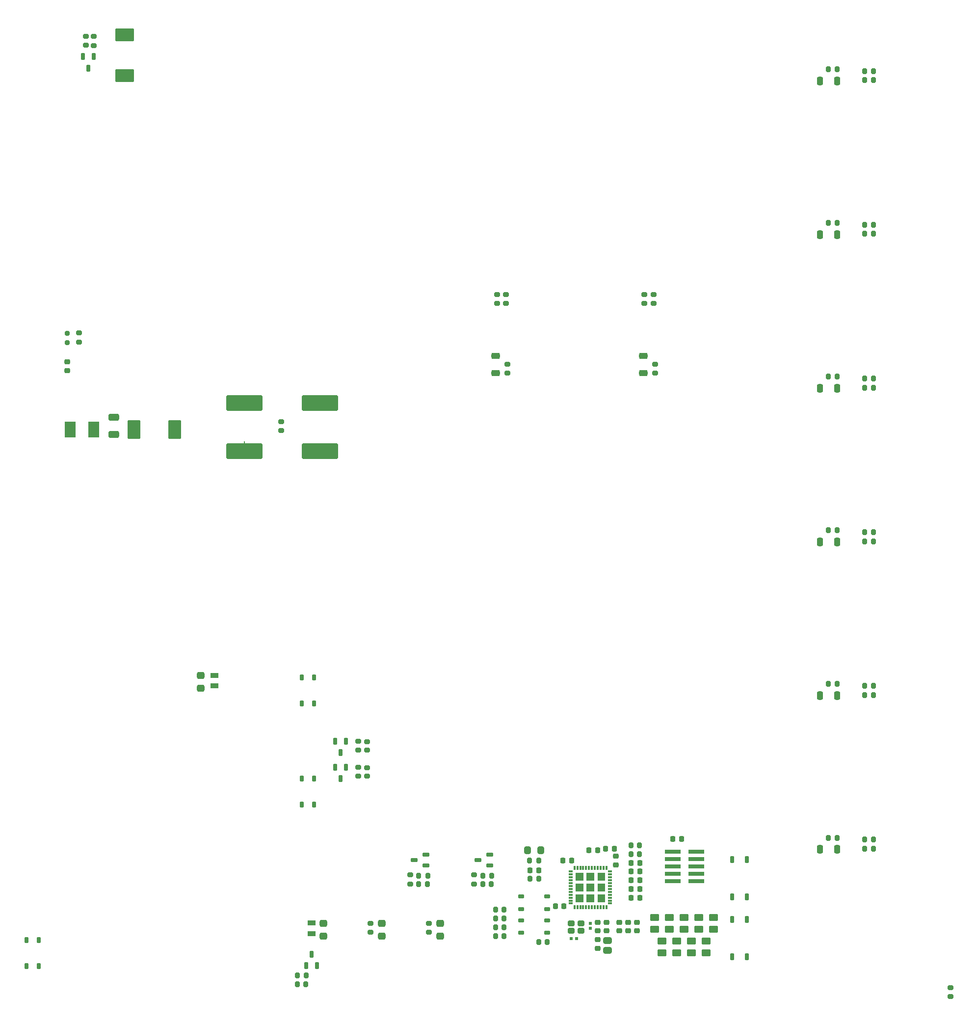
<source format=gtp>
G04*
G04 #@! TF.GenerationSoftware,Altium Limited,Altium Designer,22.9.1 (49)*
G04*
G04 Layer_Color=8421504*
%FSLAX25Y25*%
%MOIN*%
G70*
G04*
G04 #@! TF.SameCoordinates,1352E451-E4B0-43B6-A2DF-F84851EB9EC6*
G04*
G04*
G04 #@! TF.FilePolarity,Positive*
G04*
G01*
G75*
G04:AMPARAMS|DCode=19|XSize=32.28mil|YSize=38.58mil|CornerRadius=8.23mil|HoleSize=0mil|Usage=FLASHONLY|Rotation=270.000|XOffset=0mil|YOffset=0mil|HoleType=Round|Shape=RoundedRectangle|*
%AMROUNDEDRECTD19*
21,1,0.03228,0.02212,0,0,270.0*
21,1,0.01582,0.03858,0,0,270.0*
1,1,0.01647,-0.01106,-0.00791*
1,1,0.01647,-0.01106,0.00791*
1,1,0.01647,0.01106,0.00791*
1,1,0.01647,0.01106,-0.00791*
%
%ADD19ROUNDEDRECTD19*%
G04:AMPARAMS|DCode=20|XSize=34.25mil|YSize=38.19mil|CornerRadius=8.73mil|HoleSize=0mil|Usage=FLASHONLY|Rotation=0.000|XOffset=0mil|YOffset=0mil|HoleType=Round|Shape=RoundedRectangle|*
%AMROUNDEDRECTD20*
21,1,0.03425,0.02072,0,0,0.0*
21,1,0.01678,0.03819,0,0,0.0*
1,1,0.01747,0.00839,-0.01036*
1,1,0.01747,-0.00839,-0.01036*
1,1,0.01747,-0.00839,0.01036*
1,1,0.01747,0.00839,0.01036*
%
%ADD20ROUNDEDRECTD20*%
G04:AMPARAMS|DCode=21|XSize=31.89mil|YSize=38.58mil|CornerRadius=7.81mil|HoleSize=0mil|Usage=FLASHONLY|Rotation=180.000|XOffset=0mil|YOffset=0mil|HoleType=Round|Shape=RoundedRectangle|*
%AMROUNDEDRECTD21*
21,1,0.03189,0.02296,0,0,180.0*
21,1,0.01626,0.03858,0,0,180.0*
1,1,0.01563,-0.00813,0.01148*
1,1,0.01563,0.00813,0.01148*
1,1,0.01563,0.00813,-0.01148*
1,1,0.01563,-0.00813,-0.01148*
%
%ADD21ROUNDEDRECTD21*%
G04:AMPARAMS|DCode=22|XSize=49.21mil|YSize=24.41mil|CornerRadius=6.35mil|HoleSize=0mil|Usage=FLASHONLY|Rotation=270.000|XOffset=0mil|YOffset=0mil|HoleType=Round|Shape=RoundedRectangle|*
%AMROUNDEDRECTD22*
21,1,0.04921,0.01172,0,0,270.0*
21,1,0.03652,0.02441,0,0,270.0*
1,1,0.01269,-0.00586,-0.01826*
1,1,0.01269,-0.00586,0.01826*
1,1,0.01269,0.00586,0.01826*
1,1,0.01269,0.00586,-0.01826*
%
%ADD22ROUNDEDRECTD22*%
G04:AMPARAMS|DCode=23|XSize=45.28mil|YSize=51.18mil|CornerRadius=9.73mil|HoleSize=0mil|Usage=FLASHONLY|Rotation=180.000|XOffset=0mil|YOffset=0mil|HoleType=Round|Shape=RoundedRectangle|*
%AMROUNDEDRECTD23*
21,1,0.04528,0.03171,0,0,180.0*
21,1,0.02581,0.05118,0,0,180.0*
1,1,0.01947,-0.01290,0.01586*
1,1,0.01947,0.01290,0.01586*
1,1,0.01947,0.01290,-0.01586*
1,1,0.01947,-0.01290,-0.01586*
%
%ADD23ROUNDEDRECTD23*%
G04:AMPARAMS|DCode=24|XSize=32.28mil|YSize=38.58mil|CornerRadius=8.23mil|HoleSize=0mil|Usage=FLASHONLY|Rotation=180.000|XOffset=0mil|YOffset=0mil|HoleType=Round|Shape=RoundedRectangle|*
%AMROUNDEDRECTD24*
21,1,0.03228,0.02212,0,0,180.0*
21,1,0.01582,0.03858,0,0,180.0*
1,1,0.01647,-0.00791,0.01106*
1,1,0.01647,0.00791,0.01106*
1,1,0.01647,0.00791,-0.01106*
1,1,0.01647,-0.00791,-0.01106*
%
%ADD24ROUNDEDRECTD24*%
G04:AMPARAMS|DCode=25|XSize=41.34mil|YSize=57.09mil|CornerRadius=9.92mil|HoleSize=0mil|Usage=FLASHONLY|Rotation=180.000|XOffset=0mil|YOffset=0mil|HoleType=Round|Shape=RoundedRectangle|*
%AMROUNDEDRECTD25*
21,1,0.04134,0.03724,0,0,180.0*
21,1,0.02150,0.05709,0,0,180.0*
1,1,0.01984,-0.01075,0.01862*
1,1,0.01984,0.01075,0.01862*
1,1,0.01984,0.01075,-0.01862*
1,1,0.01984,-0.01075,-0.01862*
%
%ADD25ROUNDEDRECTD25*%
G04:AMPARAMS|DCode=26|XSize=106.3mil|YSize=244.1mil|CornerRadius=5.32mil|HoleSize=0mil|Usage=FLASHONLY|Rotation=90.000|XOffset=0mil|YOffset=0mil|HoleType=Round|Shape=RoundedRectangle|*
%AMROUNDEDRECTD26*
21,1,0.10630,0.23346,0,0,90.0*
21,1,0.09567,0.24410,0,0,90.0*
1,1,0.01063,0.11673,0.04784*
1,1,0.01063,0.11673,-0.04784*
1,1,0.01063,-0.11673,-0.04784*
1,1,0.01063,-0.11673,0.04784*
%
%ADD26ROUNDEDRECTD26*%
G04:AMPARAMS|DCode=27|XSize=31.89mil|YSize=38.58mil|CornerRadius=7.81mil|HoleSize=0mil|Usage=FLASHONLY|Rotation=270.000|XOffset=0mil|YOffset=0mil|HoleType=Round|Shape=RoundedRectangle|*
%AMROUNDEDRECTD27*
21,1,0.03189,0.02296,0,0,270.0*
21,1,0.01626,0.03858,0,0,270.0*
1,1,0.01563,-0.01148,-0.00813*
1,1,0.01563,-0.01148,0.00813*
1,1,0.01563,0.01148,0.00813*
1,1,0.01563,0.01148,-0.00813*
%
%ADD27ROUNDEDRECTD27*%
G04:AMPARAMS|DCode=28|XSize=49.21mil|YSize=24.41mil|CornerRadius=6.35mil|HoleSize=0mil|Usage=FLASHONLY|Rotation=0.000|XOffset=0mil|YOffset=0mil|HoleType=Round|Shape=RoundedRectangle|*
%AMROUNDEDRECTD28*
21,1,0.04921,0.01172,0,0,0.0*
21,1,0.03652,0.02441,0,0,0.0*
1,1,0.01269,0.01826,-0.00586*
1,1,0.01269,-0.01826,-0.00586*
1,1,0.01269,-0.01826,0.00586*
1,1,0.01269,0.01826,0.00586*
%
%ADD28ROUNDEDRECTD28*%
G04:AMPARAMS|DCode=29|XSize=49.61mil|YSize=24.02mil|CornerRadius=5.88mil|HoleSize=0mil|Usage=FLASHONLY|Rotation=90.000|XOffset=0mil|YOffset=0mil|HoleType=Round|Shape=RoundedRectangle|*
%AMROUNDEDRECTD29*
21,1,0.04961,0.01225,0,0,90.0*
21,1,0.03784,0.02402,0,0,90.0*
1,1,0.01177,0.00612,0.01892*
1,1,0.01177,0.00612,-0.01892*
1,1,0.01177,-0.00612,-0.01892*
1,1,0.01177,-0.00612,0.01892*
%
%ADD29ROUNDEDRECTD29*%
G04:AMPARAMS|DCode=30|XSize=36.22mil|YSize=55.91mil|CornerRadius=9.06mil|HoleSize=0mil|Usage=FLASHONLY|Rotation=270.000|XOffset=0mil|YOffset=0mil|HoleType=Round|Shape=RoundedRectangle|*
%AMROUNDEDRECTD30*
21,1,0.03622,0.03780,0,0,270.0*
21,1,0.01811,0.05591,0,0,270.0*
1,1,0.01811,-0.01890,-0.00906*
1,1,0.01811,-0.01890,0.00906*
1,1,0.01811,0.01890,0.00906*
1,1,0.01811,0.01890,-0.00906*
%
%ADD30ROUNDEDRECTD30*%
G04:AMPARAMS|DCode=31|XSize=86.61mil|YSize=129.13mil|CornerRadius=9.96mil|HoleSize=0mil|Usage=FLASHONLY|Rotation=90.000|XOffset=0mil|YOffset=0mil|HoleType=Round|Shape=RoundedRectangle|*
%AMROUNDEDRECTD31*
21,1,0.08661,0.10921,0,0,90.0*
21,1,0.06669,0.12913,0,0,90.0*
1,1,0.01992,0.05461,0.03335*
1,1,0.01992,0.05461,-0.03335*
1,1,0.01992,-0.05461,-0.03335*
1,1,0.01992,-0.05461,0.03335*
%
%ADD31ROUNDEDRECTD31*%
G04:AMPARAMS|DCode=32|XSize=45.28mil|YSize=51.18mil|CornerRadius=9.73mil|HoleSize=0mil|Usage=FLASHONLY|Rotation=90.000|XOffset=0mil|YOffset=0mil|HoleType=Round|Shape=RoundedRectangle|*
%AMROUNDEDRECTD32*
21,1,0.04528,0.03171,0,0,90.0*
21,1,0.02581,0.05118,0,0,90.0*
1,1,0.01947,0.01586,0.01290*
1,1,0.01947,0.01586,-0.01290*
1,1,0.01947,-0.01586,-0.01290*
1,1,0.01947,-0.01586,0.01290*
%
%ADD32ROUNDEDRECTD32*%
G04:AMPARAMS|DCode=33|XSize=41.34mil|YSize=57.09mil|CornerRadius=9.92mil|HoleSize=0mil|Usage=FLASHONLY|Rotation=270.000|XOffset=0mil|YOffset=0mil|HoleType=Round|Shape=RoundedRectangle|*
%AMROUNDEDRECTD33*
21,1,0.04134,0.03724,0,0,270.0*
21,1,0.02150,0.05709,0,0,270.0*
1,1,0.01984,-0.01862,-0.01075*
1,1,0.01984,-0.01862,0.01075*
1,1,0.01984,0.01862,0.01075*
1,1,0.01984,0.01862,-0.01075*
%
%ADD33ROUNDEDRECTD33*%
G04:AMPARAMS|DCode=34|XSize=34.65mil|YSize=38.19mil|CornerRadius=8.66mil|HoleSize=0mil|Usage=FLASHONLY|Rotation=90.000|XOffset=0mil|YOffset=0mil|HoleType=Round|Shape=RoundedRectangle|*
%AMROUNDEDRECTD34*
21,1,0.03465,0.02087,0,0,90.0*
21,1,0.01732,0.03819,0,0,90.0*
1,1,0.01732,0.01043,0.00866*
1,1,0.01732,0.01043,-0.00866*
1,1,0.01732,-0.01043,-0.00866*
1,1,0.01732,-0.01043,0.00866*
%
%ADD34ROUNDEDRECTD34*%
G04:AMPARAMS|DCode=35|XSize=39.37mil|YSize=29.53mil|CornerRadius=7.53mil|HoleSize=0mil|Usage=FLASHONLY|Rotation=180.000|XOffset=0mil|YOffset=0mil|HoleType=Round|Shape=RoundedRectangle|*
%AMROUNDEDRECTD35*
21,1,0.03937,0.01447,0,0,180.0*
21,1,0.02431,0.02953,0,0,180.0*
1,1,0.01506,-0.01216,0.00723*
1,1,0.01506,0.01216,0.00723*
1,1,0.01506,0.01216,-0.00723*
1,1,0.01506,-0.01216,-0.00723*
%
%ADD35ROUNDEDRECTD35*%
G04:AMPARAMS|DCode=36|XSize=29.92mil|YSize=10.63mil|CornerRadius=2.76mil|HoleSize=0mil|Usage=FLASHONLY|Rotation=270.000|XOffset=0mil|YOffset=0mil|HoleType=Round|Shape=RoundedRectangle|*
%AMROUNDEDRECTD36*
21,1,0.02992,0.00510,0,0,270.0*
21,1,0.02439,0.01063,0,0,270.0*
1,1,0.00553,-0.00255,-0.01220*
1,1,0.00553,-0.00255,0.01220*
1,1,0.00553,0.00255,0.01220*
1,1,0.00553,0.00255,-0.01220*
%
%ADD36ROUNDEDRECTD36*%
G04:AMPARAMS|DCode=37|XSize=29.92mil|YSize=10.63mil|CornerRadius=2.76mil|HoleSize=0mil|Usage=FLASHONLY|Rotation=0.000|XOffset=0mil|YOffset=0mil|HoleType=Round|Shape=RoundedRectangle|*
%AMROUNDEDRECTD37*
21,1,0.02992,0.00510,0,0,0.0*
21,1,0.02439,0.01063,0,0,0.0*
1,1,0.00553,0.01220,-0.00255*
1,1,0.00553,-0.01220,-0.00255*
1,1,0.00553,-0.01220,0.00255*
1,1,0.00553,0.01220,0.00255*
%
%ADD37ROUNDEDRECTD37*%
G04:AMPARAMS|DCode=38|XSize=34.25mil|YSize=38.19mil|CornerRadius=8.73mil|HoleSize=0mil|Usage=FLASHONLY|Rotation=270.000|XOffset=0mil|YOffset=0mil|HoleType=Round|Shape=RoundedRectangle|*
%AMROUNDEDRECTD38*
21,1,0.03425,0.02072,0,0,270.0*
21,1,0.01678,0.03819,0,0,270.0*
1,1,0.01747,-0.01036,-0.00839*
1,1,0.01747,-0.01036,0.00839*
1,1,0.01747,0.01036,0.00839*
1,1,0.01747,0.01036,-0.00839*
%
%ADD38ROUNDEDRECTD38*%
G04:AMPARAMS|DCode=39|XSize=86.61mil|YSize=129.13mil|CornerRadius=9.96mil|HoleSize=0mil|Usage=FLASHONLY|Rotation=180.000|XOffset=0mil|YOffset=0mil|HoleType=Round|Shape=RoundedRectangle|*
%AMROUNDEDRECTD39*
21,1,0.08661,0.10921,0,0,180.0*
21,1,0.06669,0.12913,0,0,180.0*
1,1,0.01992,-0.03335,0.05461*
1,1,0.01992,0.03335,0.05461*
1,1,0.01992,0.03335,-0.05461*
1,1,0.01992,-0.03335,-0.05461*
%
%ADD39ROUNDEDRECTD39*%
%ADD40R,0.07800X0.11000*%
G04:AMPARAMS|DCode=41|XSize=23.23mil|YSize=22.84mil|CornerRadius=5.94mil|HoleSize=0mil|Usage=FLASHONLY|Rotation=180.000|XOffset=0mil|YOffset=0mil|HoleType=Round|Shape=RoundedRectangle|*
%AMROUNDEDRECTD41*
21,1,0.02323,0.01096,0,0,180.0*
21,1,0.01135,0.02284,0,0,180.0*
1,1,0.01187,-0.00568,0.00548*
1,1,0.01187,0.00568,0.00548*
1,1,0.01187,0.00568,-0.00548*
1,1,0.01187,-0.00568,-0.00548*
%
%ADD41ROUNDEDRECTD41*%
G04:AMPARAMS|DCode=42|XSize=39.37mil|YSize=47.24mil|CornerRadius=10.04mil|HoleSize=0mil|Usage=FLASHONLY|Rotation=90.000|XOffset=0mil|YOffset=0mil|HoleType=Round|Shape=RoundedRectangle|*
%AMROUNDEDRECTD42*
21,1,0.03937,0.02717,0,0,90.0*
21,1,0.01929,0.04724,0,0,90.0*
1,1,0.02008,0.01358,0.00965*
1,1,0.02008,0.01358,-0.00965*
1,1,0.02008,-0.01358,-0.00965*
1,1,0.02008,-0.01358,0.00965*
%
%ADD42ROUNDEDRECTD42*%
G04:AMPARAMS|DCode=43|XSize=29.13mil|YSize=109.84mil|CornerRadius=7.28mil|HoleSize=0mil|Usage=FLASHONLY|Rotation=270.000|XOffset=0mil|YOffset=0mil|HoleType=Round|Shape=RoundedRectangle|*
%AMROUNDEDRECTD43*
21,1,0.02913,0.09528,0,0,270.0*
21,1,0.01457,0.10984,0,0,270.0*
1,1,0.01457,-0.04764,-0.00728*
1,1,0.01457,-0.04764,0.00728*
1,1,0.01457,0.04764,0.00728*
1,1,0.01457,0.04764,-0.00728*
%
%ADD43ROUNDEDRECTD43*%
G04:AMPARAMS|DCode=44|XSize=23.23mil|YSize=22.84mil|CornerRadius=5.94mil|HoleSize=0mil|Usage=FLASHONLY|Rotation=90.000|XOffset=0mil|YOffset=0mil|HoleType=Round|Shape=RoundedRectangle|*
%AMROUNDEDRECTD44*
21,1,0.02323,0.01096,0,0,90.0*
21,1,0.01135,0.02284,0,0,90.0*
1,1,0.01187,0.00548,0.00568*
1,1,0.01187,0.00548,-0.00568*
1,1,0.01187,-0.00548,-0.00568*
1,1,0.01187,-0.00548,0.00568*
%
%ADD44ROUNDEDRECTD44*%
G04:AMPARAMS|DCode=45|XSize=43.7mil|YSize=57.87mil|CornerRadius=9.83mil|HoleSize=0mil|Usage=FLASHONLY|Rotation=90.000|XOffset=0mil|YOffset=0mil|HoleType=Round|Shape=RoundedRectangle|*
%AMROUNDEDRECTD45*
21,1,0.04370,0.03821,0,0,90.0*
21,1,0.02404,0.05787,0,0,90.0*
1,1,0.01967,0.01910,0.01202*
1,1,0.01967,0.01910,-0.01202*
1,1,0.01967,-0.01910,-0.01202*
1,1,0.01967,-0.01910,0.01202*
%
%ADD45ROUNDEDRECTD45*%
G04:AMPARAMS|DCode=46|XSize=31.5mil|YSize=31.5mil|CornerRadius=7.87mil|HoleSize=0mil|Usage=FLASHONLY|Rotation=270.000|XOffset=0mil|YOffset=0mil|HoleType=Round|Shape=RoundedRectangle|*
%AMROUNDEDRECTD46*
21,1,0.03150,0.01575,0,0,270.0*
21,1,0.01575,0.03150,0,0,270.0*
1,1,0.01575,-0.00787,-0.00787*
1,1,0.01575,-0.00787,0.00787*
1,1,0.01575,0.00787,0.00787*
1,1,0.01575,0.00787,-0.00787*
%
%ADD46ROUNDEDRECTD46*%
G04:AMPARAMS|DCode=47|XSize=45.67mil|YSize=71.65mil|CornerRadius=9.82mil|HoleSize=0mil|Usage=FLASHONLY|Rotation=90.000|XOffset=0mil|YOffset=0mil|HoleType=Round|Shape=RoundedRectangle|*
%AMROUNDEDRECTD47*
21,1,0.04567,0.05202,0,0,90.0*
21,1,0.02603,0.07165,0,0,90.0*
1,1,0.01964,0.02601,0.01302*
1,1,0.01964,0.02601,-0.01302*
1,1,0.01964,-0.02601,-0.01302*
1,1,0.01964,-0.02601,0.01302*
%
%ADD47ROUNDEDRECTD47*%
G04:AMPARAMS|DCode=48|XSize=39.37mil|YSize=29.53mil|CornerRadius=7.53mil|HoleSize=0mil|Usage=FLASHONLY|Rotation=90.000|XOffset=0mil|YOffset=0mil|HoleType=Round|Shape=RoundedRectangle|*
%AMROUNDEDRECTD48*
21,1,0.03937,0.01447,0,0,90.0*
21,1,0.02431,0.02953,0,0,90.0*
1,1,0.01506,0.00723,0.01216*
1,1,0.01506,0.00723,-0.01216*
1,1,0.01506,-0.00723,-0.01216*
1,1,0.01506,-0.00723,0.01216*
%
%ADD48ROUNDEDRECTD48*%
G04:AMPARAMS|DCode=49|XSize=20mil|YSize=6mil|CornerRadius=0.15mil|HoleSize=0mil|Usage=FLASHONLY|Rotation=270.000|XOffset=0mil|YOffset=0mil|HoleType=Round|Shape=RoundedRectangle|*
%AMROUNDEDRECTD49*
21,1,0.02000,0.00570,0,0,270.0*
21,1,0.01970,0.00600,0,0,270.0*
1,1,0.00030,-0.00285,-0.00985*
1,1,0.00030,-0.00285,0.00985*
1,1,0.00030,0.00285,0.00985*
1,1,0.00030,0.00285,-0.00985*
%
%ADD49ROUNDEDRECTD49*%
G04:AMPARAMS|DCode=50|XSize=59.06mil|YSize=49.21mil|CornerRadius=5.41mil|HoleSize=0mil|Usage=FLASHONLY|Rotation=180.000|XOffset=0mil|YOffset=0mil|HoleType=Round|Shape=RoundedRectangle|*
%AMROUNDEDRECTD50*
21,1,0.05906,0.03839,0,0,180.0*
21,1,0.04823,0.04921,0,0,180.0*
1,1,0.01083,-0.02411,0.01919*
1,1,0.01083,0.02411,0.01919*
1,1,0.01083,0.02411,-0.01919*
1,1,0.01083,-0.02411,-0.01919*
%
%ADD50ROUNDEDRECTD50*%
G36*
X410925Y101594D02*
X405728D01*
Y106791D01*
X410925D01*
Y101594D01*
D02*
G37*
G36*
X403563D02*
X398366D01*
Y106791D01*
X403563D01*
Y101594D01*
D02*
G37*
G36*
X396201D02*
X391004D01*
Y106791D01*
X396201D01*
Y101594D01*
D02*
G37*
G36*
X410925Y94232D02*
X405728D01*
Y99429D01*
X410925D01*
Y94232D01*
D02*
G37*
G36*
X403563D02*
X398366D01*
Y99429D01*
X403563D01*
Y94232D01*
D02*
G37*
G36*
X396201D02*
X391004D01*
Y99429D01*
X396201D01*
Y94232D01*
D02*
G37*
G36*
X410925Y86870D02*
X405728D01*
Y92067D01*
X410925D01*
Y86870D01*
D02*
G37*
G36*
X403563D02*
X398366D01*
Y92067D01*
X403563D01*
Y86870D01*
D02*
G37*
G36*
X396201D02*
X391004D01*
Y92067D01*
X396201D01*
Y86870D01*
D02*
G37*
D19*
X645669Y22786D02*
D03*
Y28888D02*
D03*
X190852Y413083D02*
D03*
Y406981D02*
D03*
X278615Y105338D02*
D03*
Y99236D02*
D03*
X322029Y105338D02*
D03*
Y99236D02*
D03*
X243103Y196240D02*
D03*
Y190137D02*
D03*
Y178524D02*
D03*
Y172421D02*
D03*
X63632Y674658D02*
D03*
Y668556D02*
D03*
X291250Y72621D02*
D03*
Y66519D02*
D03*
X251450Y72621D02*
D03*
Y66519D02*
D03*
X444782Y446126D02*
D03*
Y452228D02*
D03*
X344621Y446126D02*
D03*
Y452228D02*
D03*
X53524Y473409D02*
D03*
Y467307D02*
D03*
D20*
X417180Y123138D02*
D03*
X411274D02*
D03*
X428524Y113563D02*
D03*
X434429D02*
D03*
X399980Y122102D02*
D03*
X405886D02*
D03*
X382366Y115155D02*
D03*
X388272D02*
D03*
X383051Y84134D02*
D03*
X377146D02*
D03*
X365767Y108622D02*
D03*
X359861D02*
D03*
X456957Y129705D02*
D03*
X462863D02*
D03*
X434429Y101752D02*
D03*
X428524D02*
D03*
X434429Y95846D02*
D03*
X428524D02*
D03*
X434429Y89941D02*
D03*
X428524D02*
D03*
X434429Y107657D02*
D03*
X428524D02*
D03*
D21*
X428406Y119445D02*
D03*
X434232D02*
D03*
X428406Y125318D02*
D03*
X434232D02*
D03*
X587317Y442496D02*
D03*
X593144D02*
D03*
Y436295D02*
D03*
X587317D02*
D03*
X593144Y540645D02*
D03*
X587317D02*
D03*
Y546846D02*
D03*
X593144D02*
D03*
X587317Y338145D02*
D03*
X593144D02*
D03*
Y331944D02*
D03*
X587317D02*
D03*
Y233795D02*
D03*
X593144D02*
D03*
Y227594D02*
D03*
X587317D02*
D03*
Y129444D02*
D03*
X593144D02*
D03*
Y123243D02*
D03*
X587317D02*
D03*
X290190Y99137D02*
D03*
X284363D02*
D03*
X333604D02*
D03*
X327777D02*
D03*
X201850Y31083D02*
D03*
X207677D02*
D03*
X336437Y69836D02*
D03*
X342264D02*
D03*
X336437Y75862D02*
D03*
X342264D02*
D03*
Y63811D02*
D03*
X336437D02*
D03*
X342264Y81888D02*
D03*
X336437D02*
D03*
X593144Y644996D02*
D03*
X587317D02*
D03*
X365767Y59652D02*
D03*
X371594D02*
D03*
X365728Y102814D02*
D03*
X359901D02*
D03*
X593144Y651197D02*
D03*
X587317D02*
D03*
D22*
X59892Y653300D02*
D03*
X56152Y661174D02*
D03*
X63632D02*
D03*
X234921Y178524D02*
D03*
X227441D02*
D03*
X231181Y170650D02*
D03*
X234921Y196240D02*
D03*
X227441D02*
D03*
X231181Y188366D02*
D03*
X207909Y43758D02*
D03*
X215390D02*
D03*
X211650Y51632D02*
D03*
D23*
X358230Y122265D02*
D03*
X367088D02*
D03*
D24*
X359625Y115019D02*
D03*
X365728D02*
D03*
X562480Y443677D02*
D03*
X568583D02*
D03*
X562480Y548027D02*
D03*
X568583D02*
D03*
X562480Y130625D02*
D03*
X568583D02*
D03*
X562480Y234976D02*
D03*
X568583D02*
D03*
X562480Y339326D02*
D03*
X568583D02*
D03*
X290426Y104944D02*
D03*
X284324D02*
D03*
X333840D02*
D03*
X327738D02*
D03*
X201807Y37086D02*
D03*
X207909D02*
D03*
X568583Y652378D02*
D03*
X562480D02*
D03*
D25*
X556850Y435704D02*
D03*
X568583D02*
D03*
X556850Y540055D02*
D03*
X568583D02*
D03*
X556850Y122653D02*
D03*
X568583D02*
D03*
X556850Y227003D02*
D03*
X568583D02*
D03*
X556850Y331354D02*
D03*
X568583D02*
D03*
Y644405D02*
D03*
X556850D02*
D03*
D26*
X217335Y393163D02*
D03*
Y425841D02*
D03*
X165790Y425841D02*
D03*
Y393163D02*
D03*
D27*
X343619Y493563D02*
D03*
Y499390D02*
D03*
X337418D02*
D03*
Y493563D02*
D03*
X443780D02*
D03*
Y499390D02*
D03*
X437579D02*
D03*
Y493563D02*
D03*
X249095Y190118D02*
D03*
Y195944D02*
D03*
Y172401D02*
D03*
Y178228D02*
D03*
X58105Y674658D02*
D03*
Y668832D02*
D03*
D28*
X289146Y111736D02*
D03*
Y119216D02*
D03*
X281272Y115476D02*
D03*
X332561Y111736D02*
D03*
Y119216D02*
D03*
X324687Y115476D02*
D03*
D29*
X507342Y75285D02*
D03*
X497342D02*
D03*
Y49891D02*
D03*
X507342D02*
D03*
Y115947D02*
D03*
X497342D02*
D03*
Y90553D02*
D03*
X507342D02*
D03*
D30*
X211650Y65594D02*
D03*
Y72720D02*
D03*
X145417Y240898D02*
D03*
Y233772D02*
D03*
D31*
X84429Y675709D02*
D03*
Y648307D02*
D03*
D32*
X219425Y72621D02*
D03*
Y63763D02*
D03*
X259225Y72621D02*
D03*
Y63763D02*
D03*
X299025Y72621D02*
D03*
Y63763D02*
D03*
X136201Y232028D02*
D03*
Y240886D02*
D03*
D33*
X436810Y446126D02*
D03*
Y457858D02*
D03*
X336649Y446126D02*
D03*
Y457858D02*
D03*
D34*
X405886Y61398D02*
D03*
Y55531D02*
D03*
D35*
X371618Y74472D02*
D03*
X353902D02*
D03*
X371618Y66007D02*
D03*
X353902D02*
D03*
Y82290D02*
D03*
X371618D02*
D03*
X353902Y90754D02*
D03*
X371618D02*
D03*
D36*
X390138Y83504D02*
D03*
X392106D02*
D03*
X394075D02*
D03*
X396043D02*
D03*
X398012D02*
D03*
X399980D02*
D03*
X401949D02*
D03*
X403917D02*
D03*
X405886D02*
D03*
X407854D02*
D03*
X409823D02*
D03*
X411791D02*
D03*
Y110157D02*
D03*
X409823D02*
D03*
X407854D02*
D03*
X405886D02*
D03*
X403917D02*
D03*
X401949D02*
D03*
X399980D02*
D03*
X398012D02*
D03*
X396043D02*
D03*
X394075D02*
D03*
X392106D02*
D03*
X390138D02*
D03*
D37*
X414291Y86004D02*
D03*
Y87972D02*
D03*
Y89941D02*
D03*
Y91909D02*
D03*
Y93878D02*
D03*
Y95846D02*
D03*
Y97815D02*
D03*
Y99783D02*
D03*
Y101752D02*
D03*
Y103720D02*
D03*
Y105689D02*
D03*
Y107657D02*
D03*
X387638D02*
D03*
Y105689D02*
D03*
Y103720D02*
D03*
Y101752D02*
D03*
Y99783D02*
D03*
Y97815D02*
D03*
Y95846D02*
D03*
Y93878D02*
D03*
Y91909D02*
D03*
Y89941D02*
D03*
Y87972D02*
D03*
Y86004D02*
D03*
D38*
X405886Y67400D02*
D03*
Y73306D02*
D03*
X426552D02*
D03*
Y67400D02*
D03*
X432527Y73306D02*
D03*
Y67400D02*
D03*
X420578Y73306D02*
D03*
Y67400D02*
D03*
X45650Y447819D02*
D03*
Y453724D02*
D03*
X411860Y73306D02*
D03*
Y67400D02*
D03*
X418287Y112087D02*
D03*
Y117992D02*
D03*
D39*
X91004Y407854D02*
D03*
X118405D02*
D03*
D40*
X47624D02*
D03*
X63624D02*
D03*
D41*
X387878Y62063D02*
D03*
X391461D02*
D03*
D42*
X387878Y72576D02*
D03*
Y67458D02*
D03*
X394571D02*
D03*
Y72576D02*
D03*
D43*
X472969Y116194D02*
D03*
X456946D02*
D03*
X472969Y121194D02*
D03*
X456946D02*
D03*
X472969Y101194D02*
D03*
X456946D02*
D03*
X472969Y106194D02*
D03*
X456946D02*
D03*
X472969Y111194D02*
D03*
X456946D02*
D03*
D44*
X400915Y72635D02*
D03*
Y69052D02*
D03*
D45*
X412628Y60945D02*
D03*
Y54252D02*
D03*
D46*
X45650Y466909D02*
D03*
Y473209D02*
D03*
D47*
X77146Y416126D02*
D03*
Y404512D02*
D03*
D48*
X204882Y239590D02*
D03*
Y221873D02*
D03*
X213346Y239590D02*
D03*
Y221873D02*
D03*
X204882Y170733D02*
D03*
Y153016D02*
D03*
X213346Y170733D02*
D03*
Y153016D02*
D03*
X26260Y43392D02*
D03*
Y61108D02*
D03*
X17795Y43392D02*
D03*
Y61108D02*
D03*
D49*
X165815Y398698D02*
D03*
D50*
X484469Y68435D02*
D03*
Y76505D02*
D03*
X474445Y68458D02*
D03*
Y76529D02*
D03*
X464445Y68458D02*
D03*
Y76529D02*
D03*
X454468Y68435D02*
D03*
Y76505D02*
D03*
X444468Y68435D02*
D03*
Y76505D02*
D03*
X479481Y52343D02*
D03*
Y60414D02*
D03*
X469449Y52343D02*
D03*
Y60414D02*
D03*
X459481Y52343D02*
D03*
Y60414D02*
D03*
X449481Y52343D02*
D03*
Y60414D02*
D03*
M02*

</source>
